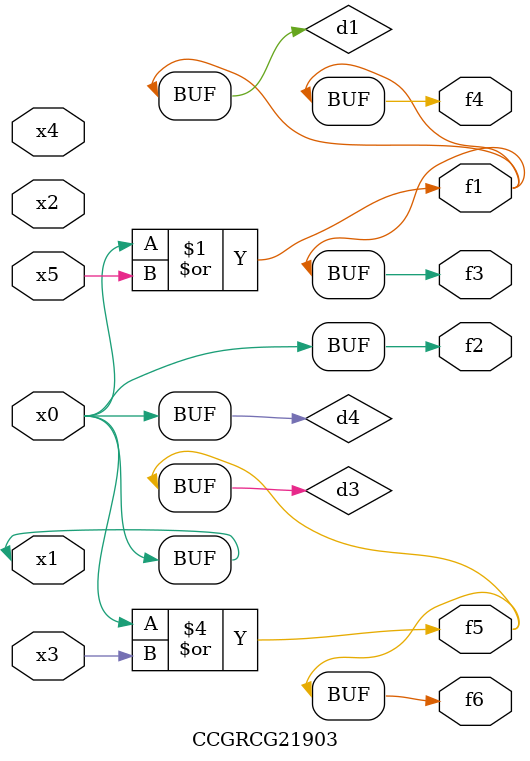
<source format=v>
module CCGRCG21903(
	input x0, x1, x2, x3, x4, x5,
	output f1, f2, f3, f4, f5, f6
);

	wire d1, d2, d3, d4;

	or (d1, x0, x5);
	xnor (d2, x1, x4);
	or (d3, x0, x3);
	buf (d4, x0, x1);
	assign f1 = d1;
	assign f2 = d4;
	assign f3 = d1;
	assign f4 = d1;
	assign f5 = d3;
	assign f6 = d3;
endmodule

</source>
